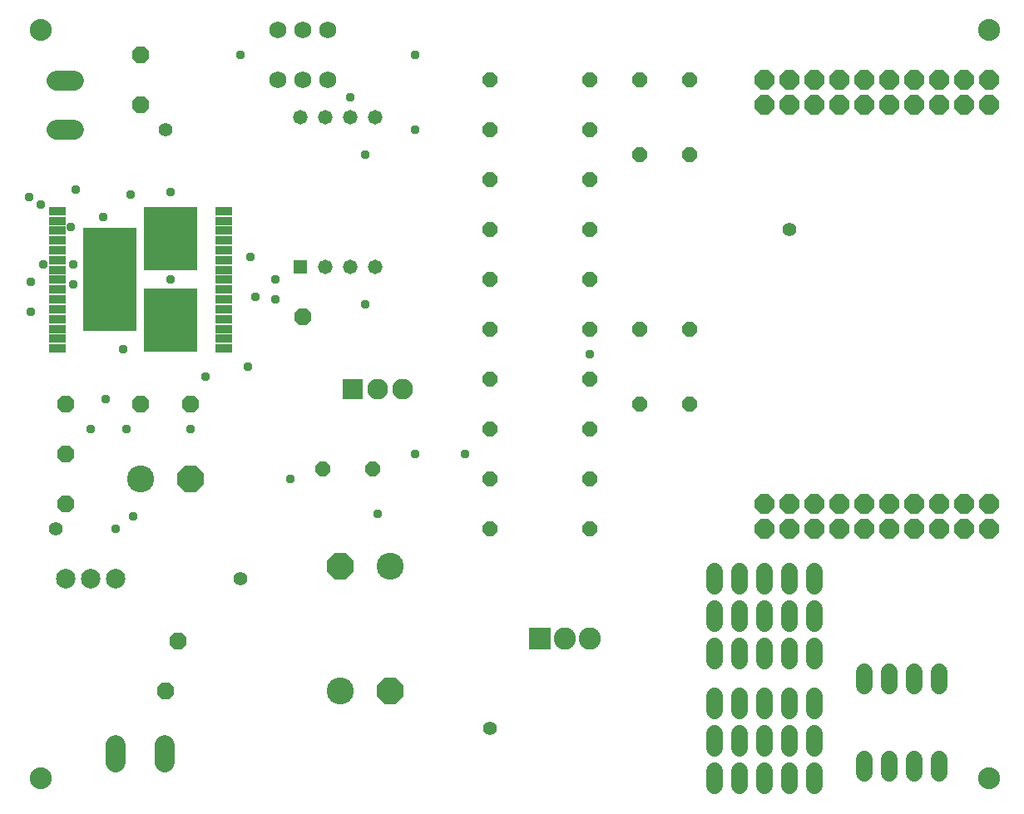
<source format=gts>
G75*
%MOIN*%
%OFA0B0*%
%FSLAX25Y25*%
%IPPOS*%
%LPD*%
%AMOC8*
5,1,8,0,0,1.08239X$1,22.5*
%
%ADD10C,0.08800*%
%ADD11R,0.08300X0.08300*%
%ADD12C,0.08300*%
%ADD13C,0.07850*%
%ADD14C,0.06737*%
%ADD15C,0.10800*%
%ADD16OC8,0.10800*%
%ADD17OC8,0.06000*%
%ADD18R,0.05800X0.05800*%
%ADD19C,0.05800*%
%ADD20OC8,0.07800*%
%ADD21R,0.08900X0.08900*%
%ADD22C,0.08900*%
%ADD23C,0.06800*%
%ADD24R,0.06706X0.03359*%
%ADD25R,0.21469X0.41351*%
%ADD26R,0.21469X0.25328*%
%ADD27C,0.07850*%
%ADD28OC8,0.06800*%
%ADD29C,0.06800*%
%ADD30C,0.03778*%
%ADD31C,0.05550*%
D10*
X0011500Y0014500D03*
X0011500Y0314500D03*
X0391500Y0314500D03*
X0391500Y0014500D03*
D11*
X0136500Y0170500D03*
D12*
X0146500Y0170500D03*
X0156500Y0170500D03*
D13*
X0025025Y0274657D02*
X0017975Y0274657D01*
X0017975Y0294343D02*
X0025025Y0294343D01*
X0041657Y0028025D02*
X0041657Y0020975D01*
X0061343Y0020975D02*
X0061343Y0028025D01*
D14*
X0341500Y0022469D02*
X0341500Y0016531D01*
X0351500Y0016531D02*
X0351500Y0022469D01*
X0361500Y0022469D02*
X0361500Y0016531D01*
X0371500Y0016531D02*
X0371500Y0022469D01*
X0371500Y0051531D02*
X0371500Y0057469D01*
X0361500Y0057469D02*
X0361500Y0051531D01*
X0351500Y0051531D02*
X0351500Y0057469D01*
X0341500Y0057469D02*
X0341500Y0051531D01*
D15*
X0151500Y0099500D03*
X0131500Y0049500D03*
X0051500Y0134500D03*
D16*
X0071500Y0134500D03*
X0131500Y0099500D03*
X0151500Y0049500D03*
D17*
X0191500Y0114500D03*
X0191500Y0134500D03*
X0191500Y0154500D03*
X0191500Y0174500D03*
X0191500Y0194500D03*
X0191500Y0214500D03*
X0191500Y0234500D03*
X0191500Y0254500D03*
X0191500Y0274500D03*
X0191500Y0294500D03*
X0231500Y0294500D03*
X0251500Y0294500D03*
X0271500Y0294500D03*
X0271500Y0264500D03*
X0251500Y0264500D03*
X0231500Y0254500D03*
X0231500Y0274500D03*
X0231500Y0234500D03*
X0231500Y0214500D03*
X0231500Y0194500D03*
X0251500Y0194500D03*
X0271500Y0194500D03*
X0271500Y0164500D03*
X0251500Y0164500D03*
X0231500Y0154500D03*
X0231500Y0134500D03*
X0231500Y0114500D03*
X0231500Y0174500D03*
X0144500Y0138500D03*
X0124500Y0138500D03*
D18*
X0115500Y0219500D03*
D19*
X0125500Y0219500D03*
X0135500Y0219500D03*
X0145500Y0219500D03*
X0145500Y0279500D03*
X0135500Y0279500D03*
X0125500Y0279500D03*
X0115500Y0279500D03*
D20*
X0301500Y0284500D03*
X0301500Y0294500D03*
X0311500Y0294500D03*
X0321500Y0294500D03*
X0321500Y0284500D03*
X0311500Y0284500D03*
X0331500Y0284500D03*
X0341500Y0284500D03*
X0341500Y0294500D03*
X0331500Y0294500D03*
X0351500Y0294500D03*
X0361500Y0294500D03*
X0361500Y0284500D03*
X0351500Y0284500D03*
X0371500Y0284500D03*
X0381500Y0284500D03*
X0381500Y0294500D03*
X0371500Y0294500D03*
X0391500Y0294500D03*
X0391500Y0284500D03*
X0391500Y0124500D03*
X0391500Y0114500D03*
X0381500Y0114500D03*
X0371500Y0114500D03*
X0371500Y0124500D03*
X0381500Y0124500D03*
X0361500Y0124500D03*
X0351500Y0124500D03*
X0351500Y0114500D03*
X0361500Y0114500D03*
X0341500Y0114500D03*
X0331500Y0114500D03*
X0331500Y0124500D03*
X0341500Y0124500D03*
X0321500Y0124500D03*
X0311500Y0124500D03*
X0311500Y0114500D03*
X0321500Y0114500D03*
X0301500Y0114500D03*
X0301500Y0124500D03*
D21*
X0211500Y0070500D03*
D22*
X0221500Y0070500D03*
X0231500Y0070500D03*
D23*
X0126500Y0294500D03*
X0116500Y0294500D03*
X0106500Y0294500D03*
X0106500Y0314500D03*
X0116500Y0314500D03*
X0126500Y0314500D03*
D24*
X0084965Y0242059D03*
X0084965Y0238122D03*
X0084965Y0234185D03*
X0084965Y0230248D03*
X0084965Y0226311D03*
X0084965Y0222374D03*
X0084965Y0218437D03*
X0084965Y0214500D03*
X0084965Y0210563D03*
X0084965Y0206626D03*
X0084965Y0202689D03*
X0084965Y0198752D03*
X0084965Y0194815D03*
X0084965Y0190878D03*
X0084965Y0186941D03*
X0018232Y0186941D03*
X0018232Y0190878D03*
X0018232Y0194815D03*
X0018232Y0198752D03*
X0018232Y0202689D03*
X0018232Y0206626D03*
X0018232Y0210563D03*
X0018232Y0214500D03*
X0018232Y0218437D03*
X0018232Y0222374D03*
X0018232Y0226311D03*
X0018232Y0230248D03*
X0018232Y0234185D03*
X0018232Y0238122D03*
X0018232Y0242059D03*
D25*
X0039492Y0214500D03*
D26*
X0063508Y0198161D03*
X0063508Y0230839D03*
D27*
X0041500Y0094500D03*
X0031500Y0094500D03*
X0021500Y0094500D03*
D28*
X0021500Y0124500D03*
X0021500Y0144500D03*
X0021500Y0164500D03*
X0051500Y0164500D03*
X0071500Y0164500D03*
X0116500Y0199500D03*
X0051500Y0284500D03*
X0051500Y0304500D03*
X0066500Y0069500D03*
X0061500Y0049500D03*
D29*
X0281500Y0047500D02*
X0281500Y0041500D01*
X0281500Y0032500D02*
X0281500Y0026500D01*
X0281500Y0017500D02*
X0281500Y0011500D01*
X0291500Y0011500D02*
X0291500Y0017500D01*
X0301500Y0017500D02*
X0301500Y0011500D01*
X0311500Y0011500D02*
X0311500Y0017500D01*
X0321500Y0017500D02*
X0321500Y0011500D01*
X0321500Y0026500D02*
X0321500Y0032500D01*
X0311500Y0032500D02*
X0311500Y0026500D01*
X0301500Y0026500D02*
X0301500Y0032500D01*
X0291500Y0032500D02*
X0291500Y0026500D01*
X0291500Y0041500D02*
X0291500Y0047500D01*
X0301500Y0047500D02*
X0301500Y0041500D01*
X0311500Y0041500D02*
X0311500Y0047500D01*
X0321500Y0047500D02*
X0321500Y0041500D01*
X0321500Y0061500D02*
X0321500Y0067500D01*
X0311500Y0067500D02*
X0311500Y0061500D01*
X0301500Y0061500D02*
X0301500Y0067500D01*
X0291500Y0067500D02*
X0291500Y0061500D01*
X0281500Y0061500D02*
X0281500Y0067500D01*
X0281500Y0076500D02*
X0281500Y0082500D01*
X0281500Y0091500D02*
X0281500Y0097500D01*
X0291500Y0097500D02*
X0291500Y0091500D01*
X0301500Y0091500D02*
X0301500Y0097500D01*
X0311500Y0097500D02*
X0311500Y0091500D01*
X0321500Y0091500D02*
X0321500Y0097500D01*
X0321500Y0082500D02*
X0321500Y0076500D01*
X0311500Y0076500D02*
X0311500Y0082500D01*
X0301500Y0082500D02*
X0301500Y0076500D01*
X0291500Y0076500D02*
X0291500Y0082500D01*
D30*
X0181500Y0144500D03*
X0161500Y0144500D03*
X0146500Y0120500D03*
X0111500Y0134500D03*
X0071500Y0154500D03*
X0077500Y0175500D03*
X0094500Y0179500D03*
X0097500Y0207500D03*
X0105500Y0206500D03*
X0105500Y0214500D03*
X0095500Y0223500D03*
X0063500Y0214500D03*
X0044500Y0186500D03*
X0037500Y0166500D03*
X0031500Y0154500D03*
X0046011Y0154500D03*
X0048500Y0119500D03*
X0041500Y0114500D03*
X0007500Y0201500D03*
X0007500Y0213500D03*
X0012500Y0220500D03*
X0024669Y0220500D03*
X0024500Y0212500D03*
X0023669Y0235518D03*
X0011500Y0244500D03*
X0006989Y0247500D03*
X0025500Y0250500D03*
X0036500Y0239500D03*
X0047500Y0248500D03*
X0063500Y0249500D03*
X0091500Y0304500D03*
X0135500Y0287500D03*
X0141500Y0264500D03*
X0161500Y0274500D03*
X0161500Y0304500D03*
X0141500Y0204500D03*
X0231500Y0184500D03*
D31*
X0311500Y0234500D03*
X0091500Y0094500D03*
X0017654Y0114500D03*
X0191500Y0034500D03*
X0061500Y0274500D03*
M02*

</source>
